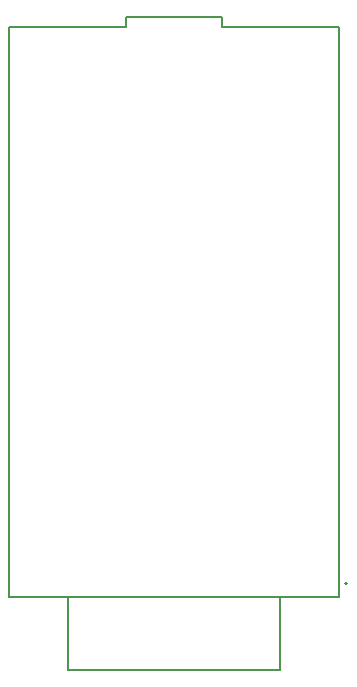
<source format=gbr>
%TF.GenerationSoftware,Altium Limited,Altium Designer,21.3.2 (30)*%
G04 Layer_Color=16711935*
%FSLAX25Y25*%
%MOIN*%
%TF.SameCoordinates,C3D6B9D7-463A-470E-9858-FE52AE1E130A*%
%TF.FilePolarity,Positive*%
%TF.FileFunction,Other,Mechanical_13*%
%TF.Part,Single*%
G01*
G75*
%TA.AperFunction,NonConductor*%
%ADD45C,0.00787*%
%ADD49C,0.00500*%
D45*
X165756Y213528D02*
G03*
X165756Y213528I-394J0D01*
G01*
D49*
X162921Y209079D02*
Y398843D01*
X53079Y209079D02*
Y398843D01*
Y209079D02*
X72567D01*
X143433D01*
X162921D01*
X143433Y184669D02*
Y209079D01*
X72567Y184669D02*
X143433D01*
X72567D02*
Y209079D01*
X124024Y398843D02*
X162921D01*
X124024D02*
Y402386D01*
X92016D02*
X124024D01*
X92016Y398843D02*
Y402386D01*
X53079Y398843D02*
X92016D01*
%TF.MD5,eaff914df299235b61c1548748afb05e*%
M02*

</source>
